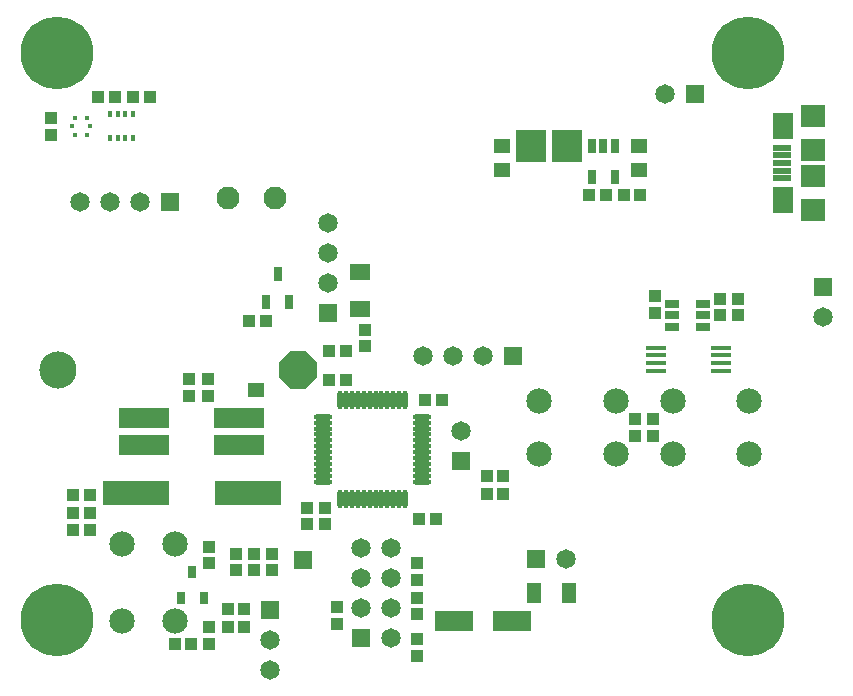
<source format=gts>
G04*
G04 #@! TF.GenerationSoftware,Altium Limited,Altium Designer,20.0.10 (225)*
G04*
G04 Layer_Color=8388736*
%FSLAX44Y44*%
%MOMM*%
G71*
G01*
G75*
%ADD13R,1.0000X1.0000*%
%ADD14R,1.0000X1.0000*%
%ADD15R,1.1500X1.7500*%
%ADD16R,0.4000X0.4500*%
%ADD17R,0.4500X0.4000*%
%ADD18R,0.3500X0.5000*%
%ADD19R,1.2500X0.7500*%
%ADD20R,1.8000X0.4500*%
%ADD21R,1.4000X1.1500*%
%ADD22R,1.5500X0.5500*%
%ADD23R,1.7500X2.2500*%
%ADD24R,2.0500X1.9500*%
%ADD25R,2.0500X1.9000*%
%ADD26R,0.7500X1.2500*%
%ADD27R,4.2500X1.6700*%
%ADD28R,0.7500X1.2500*%
%ADD29R,5.6500X2.1500*%
%ADD30R,0.8000X1.1000*%
%ADD31R,1.7500X1.3500*%
%ADD32O,0.4500X1.5500*%
%ADD33O,1.5500X0.4500*%
%ADD34R,0.6500X1.1500*%
%ADD35R,3.3000X1.7500*%
%ADD36R,2.5500X2.7500*%
%ADD37R,1.6500X1.6500*%
%ADD38C,1.6500*%
%ADD39R,1.6500X1.6500*%
%ADD40C,6.1500*%
%ADD41C,2.1500*%
%ADD42C,1.9500*%
%ADD43C,3.1500*%
%ADD44P,3.4096X8X202.5*%
D13*
X296000Y71000D02*
D03*
Y57000D02*
D03*
X364000Y44000D02*
D03*
Y30000D02*
D03*
X226000Y102000D02*
D03*
Y116000D02*
D03*
X211000Y102000D02*
D03*
Y116000D02*
D03*
X187000Y250000D02*
D03*
Y264000D02*
D03*
X171000Y250000D02*
D03*
Y264000D02*
D03*
X564000Y216000D02*
D03*
Y230000D02*
D03*
X188000Y54000D02*
D03*
Y40000D02*
D03*
X549000Y216000D02*
D03*
Y230000D02*
D03*
X271000Y155000D02*
D03*
Y141000D02*
D03*
X241000Y102000D02*
D03*
Y116000D02*
D03*
X286000Y155000D02*
D03*
Y141000D02*
D03*
X188000Y108000D02*
D03*
Y122000D02*
D03*
X320000Y292000D02*
D03*
Y306000D02*
D03*
X364000Y108000D02*
D03*
Y94000D02*
D03*
Y65000D02*
D03*
Y79000D02*
D03*
X54000Y471000D02*
D03*
Y485000D02*
D03*
X636000Y332000D02*
D03*
Y318000D02*
D03*
X621000Y332000D02*
D03*
Y318000D02*
D03*
X566000Y334000D02*
D03*
Y320000D02*
D03*
D14*
X290000Y263000D02*
D03*
X304000D02*
D03*
X385000Y246000D02*
D03*
X371000D02*
D03*
X380000Y146000D02*
D03*
X366000D02*
D03*
X218000Y54000D02*
D03*
X204000D02*
D03*
X73000Y151000D02*
D03*
X87000D02*
D03*
X73000Y166000D02*
D03*
X87000D02*
D03*
X218000Y69000D02*
D03*
X204000D02*
D03*
X553000Y420000D02*
D03*
X539000D02*
D03*
X437000Y167000D02*
D03*
X423000D02*
D03*
X510000Y420000D02*
D03*
X524000D02*
D03*
X437000Y182000D02*
D03*
X423000D02*
D03*
X173000Y40000D02*
D03*
X159000D02*
D03*
X87000Y136000D02*
D03*
X73000D02*
D03*
X236000Y313000D02*
D03*
X222000D02*
D03*
X304000Y288000D02*
D03*
X290000D02*
D03*
X94000Y503000D02*
D03*
X108000D02*
D03*
X138000D02*
D03*
X124000D02*
D03*
D15*
X493000Y83000D02*
D03*
X463000D02*
D03*
D16*
X87000Y478000D02*
D03*
X72000D02*
D03*
D17*
X84500Y485500D02*
D03*
Y470500D02*
D03*
X74500D02*
D03*
Y485500D02*
D03*
D18*
X123750Y467750D02*
D03*
X117250D02*
D03*
X110750D02*
D03*
X104250D02*
D03*
Y488250D02*
D03*
X110750D02*
D03*
X117250D02*
D03*
X123750D02*
D03*
D19*
X580000Y327500D02*
D03*
Y318000D02*
D03*
Y308500D02*
D03*
X606000D02*
D03*
Y318000D02*
D03*
Y327500D02*
D03*
D20*
X621750Y271250D02*
D03*
Y277750D02*
D03*
Y284250D02*
D03*
Y290750D02*
D03*
X566250Y271250D02*
D03*
Y277750D02*
D03*
Y284250D02*
D03*
Y290750D02*
D03*
D21*
X552000Y441000D02*
D03*
Y461000D02*
D03*
X436000Y461000D02*
D03*
Y441000D02*
D03*
D22*
X673000Y434000D02*
D03*
Y440500D02*
D03*
Y447000D02*
D03*
Y453500D02*
D03*
Y460000D02*
D03*
D23*
X674000Y416000D02*
D03*
Y478000D02*
D03*
D24*
X699500Y407000D02*
D03*
Y487000D02*
D03*
D25*
Y435750D02*
D03*
Y458250D02*
D03*
D26*
X531500Y461000D02*
D03*
X522000D02*
D03*
X512500D02*
D03*
Y435000D02*
D03*
X531500D02*
D03*
D27*
X133000Y208000D02*
D03*
Y231200D02*
D03*
X213000D02*
D03*
Y208000D02*
D03*
D28*
X246000Y353000D02*
D03*
X255500Y329000D02*
D03*
X236500D02*
D03*
D29*
X126000Y168000D02*
D03*
X221000D02*
D03*
D30*
X174000Y101000D02*
D03*
X183500Y79000D02*
D03*
X164500D02*
D03*
D31*
X316000Y355000D02*
D03*
Y323000D02*
D03*
D32*
X298973Y246678D02*
D03*
X303973D02*
D03*
X308973D02*
D03*
X313973D02*
D03*
X318973D02*
D03*
X323973D02*
D03*
X328973D02*
D03*
X333973D02*
D03*
X338973D02*
D03*
X343973D02*
D03*
X348973D02*
D03*
X353973D02*
D03*
Y162678D02*
D03*
X348973D02*
D03*
X343973D02*
D03*
X338973D02*
D03*
X333973D02*
D03*
X328973D02*
D03*
X323973D02*
D03*
X318973D02*
D03*
X313973D02*
D03*
X308973D02*
D03*
X303973D02*
D03*
X298973D02*
D03*
D33*
X368473Y232178D02*
D03*
Y227178D02*
D03*
Y222178D02*
D03*
Y217178D02*
D03*
Y212178D02*
D03*
Y207178D02*
D03*
Y202178D02*
D03*
Y197178D02*
D03*
Y192178D02*
D03*
Y187178D02*
D03*
Y182178D02*
D03*
Y177178D02*
D03*
X284473D02*
D03*
Y182178D02*
D03*
Y187178D02*
D03*
Y192178D02*
D03*
Y197178D02*
D03*
Y202178D02*
D03*
Y207178D02*
D03*
Y212178D02*
D03*
Y217178D02*
D03*
Y222178D02*
D03*
Y227178D02*
D03*
Y232178D02*
D03*
D34*
X224000Y255000D02*
D03*
X231000D02*
D03*
D35*
X395500Y59000D02*
D03*
X444500D02*
D03*
D36*
X461000Y461000D02*
D03*
X491000D02*
D03*
D37*
X268000Y111000D02*
D03*
X240000Y68800D02*
D03*
X708000Y342400D02*
D03*
X288640Y320088D02*
D03*
X401000Y194600D02*
D03*
X317000Y45200D02*
D03*
D38*
X240000Y43400D02*
D03*
Y18000D02*
D03*
X490400Y112000D02*
D03*
X574000Y505000D02*
D03*
X708000Y317000D02*
D03*
X369200Y284000D02*
D03*
X394600D02*
D03*
X420000D02*
D03*
X288640Y396288D02*
D03*
Y370888D02*
D03*
Y345488D02*
D03*
X401000Y220000D02*
D03*
X79200Y414000D02*
D03*
X104600D02*
D03*
X130000D02*
D03*
X342400Y121400D02*
D03*
X317000D02*
D03*
X342400Y96000D02*
D03*
X317000D02*
D03*
X342400Y70600D02*
D03*
X317000D02*
D03*
X342400Y45200D02*
D03*
D39*
X465000Y112000D02*
D03*
X599400Y505000D02*
D03*
X445400Y284000D02*
D03*
X155400Y414000D02*
D03*
D40*
X644000Y540000D02*
D03*
X59000D02*
D03*
X644000Y60000D02*
D03*
X59000D02*
D03*
D41*
X580500Y200500D02*
D03*
Y245500D02*
D03*
X645500Y200500D02*
D03*
Y245500D02*
D03*
X159500Y59500D02*
D03*
X114500D02*
D03*
X159500Y124500D02*
D03*
X114500D02*
D03*
X467500Y200500D02*
D03*
Y245500D02*
D03*
X532500Y200500D02*
D03*
Y245500D02*
D03*
D42*
X204000Y417000D02*
D03*
X244000D02*
D03*
D43*
X60485Y272000D02*
D03*
D44*
X263515D02*
D03*
M02*

</source>
